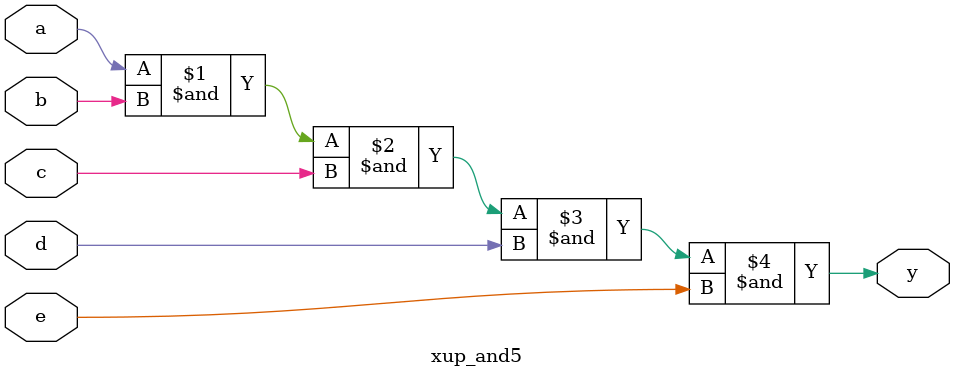
<source format=v>
`timescale 1ns / 1ps
module xup_and5 #(parameter DELAY=3)(
    input a,
    input b,
    input c,
    input d,
    input e,
    output y
    );
    
    and #DELAY(y,a,b,c,d,e);
    
endmodule

</source>
